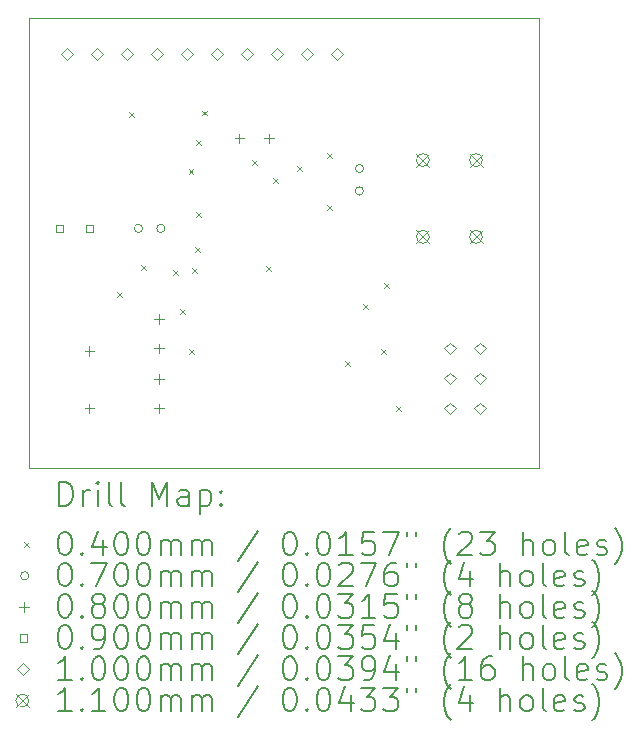
<source format=gbr>
%TF.GenerationSoftware,KiCad,Pcbnew,(6.0.11)*%
%TF.CreationDate,2023-04-02T15:37:20-07:00*%
%TF.ProjectId,M_MUC,4d5f4d55-432e-46b6-9963-61645f706362,rev?*%
%TF.SameCoordinates,Original*%
%TF.FileFunction,Drillmap*%
%TF.FilePolarity,Positive*%
%FSLAX45Y45*%
G04 Gerber Fmt 4.5, Leading zero omitted, Abs format (unit mm)*
G04 Created by KiCad (PCBNEW (6.0.11)) date 2023-04-02 15:37:20*
%MOMM*%
%LPD*%
G01*
G04 APERTURE LIST*
%ADD10C,0.100000*%
%ADD11C,0.200000*%
%ADD12C,0.040000*%
%ADD13C,0.070000*%
%ADD14C,0.080000*%
%ADD15C,0.090000*%
%ADD16C,0.110000*%
G04 APERTURE END LIST*
D10*
X10160000Y-6858000D02*
X14478000Y-6858000D01*
X14478000Y-6858000D02*
X14478000Y-10668000D01*
X14478000Y-10668000D02*
X10160000Y-10668000D01*
X10160000Y-10668000D02*
X10160000Y-6858000D01*
D11*
D12*
X10902000Y-9174800D02*
X10942000Y-9214800D01*
X10942000Y-9174800D02*
X10902000Y-9214800D01*
X11004000Y-7653000D02*
X11044000Y-7693000D01*
X11044000Y-7653000D02*
X11004000Y-7693000D01*
X11105200Y-8946200D02*
X11145200Y-8986200D01*
X11145200Y-8946200D02*
X11105200Y-8986200D01*
X11379000Y-8990000D02*
X11419000Y-9030000D01*
X11419000Y-8990000D02*
X11379000Y-9030000D01*
X11433000Y-9322000D02*
X11473000Y-9362000D01*
X11473000Y-9322000D02*
X11433000Y-9362000D01*
X11509000Y-8131000D02*
X11549000Y-8171000D01*
X11549000Y-8131000D02*
X11509000Y-8171000D01*
X11513000Y-9659000D02*
X11553000Y-9699000D01*
X11553000Y-9659000D02*
X11513000Y-9699000D01*
X11537000Y-8971600D02*
X11577000Y-9011600D01*
X11577000Y-8971600D02*
X11537000Y-9011600D01*
X11560000Y-8796000D02*
X11600000Y-8836000D01*
X11600000Y-8796000D02*
X11560000Y-8836000D01*
X11570000Y-7887000D02*
X11610000Y-7927000D01*
X11610000Y-7887000D02*
X11570000Y-7927000D01*
X11573000Y-8495000D02*
X11613000Y-8535000D01*
X11613000Y-8495000D02*
X11573000Y-8535000D01*
X11620000Y-7639000D02*
X11660000Y-7679000D01*
X11660000Y-7639000D02*
X11620000Y-7679000D01*
X12045000Y-8057200D02*
X12085000Y-8097200D01*
X12085000Y-8057200D02*
X12045000Y-8097200D01*
X12162000Y-8954000D02*
X12202000Y-8994000D01*
X12202000Y-8954000D02*
X12162000Y-8994000D01*
X12222800Y-8209600D02*
X12262800Y-8249600D01*
X12262800Y-8209600D02*
X12222800Y-8249600D01*
X12426000Y-8108000D02*
X12466000Y-8148000D01*
X12466000Y-8108000D02*
X12426000Y-8148000D01*
X12679000Y-7996000D02*
X12719000Y-8036000D01*
X12719000Y-7996000D02*
X12679000Y-8036000D01*
X12680000Y-8438200D02*
X12720000Y-8478200D01*
X12720000Y-8438200D02*
X12680000Y-8478200D01*
X12832400Y-9759000D02*
X12872400Y-9799000D01*
X12872400Y-9759000D02*
X12832400Y-9799000D01*
X12984800Y-9276400D02*
X13024800Y-9316400D01*
X13024800Y-9276400D02*
X12984800Y-9316400D01*
X13137200Y-9657400D02*
X13177200Y-9697400D01*
X13177200Y-9657400D02*
X13137200Y-9697400D01*
X13162600Y-9098600D02*
X13202600Y-9138600D01*
X13202600Y-9098600D02*
X13162600Y-9138600D01*
X13264200Y-10140000D02*
X13304200Y-10180000D01*
X13304200Y-10140000D02*
X13264200Y-10180000D01*
D13*
X11117000Y-8636000D02*
G75*
G03*
X11117000Y-8636000I-35000J0D01*
G01*
X11307000Y-8636000D02*
G75*
G03*
X11307000Y-8636000I-35000J0D01*
G01*
X12989000Y-8128000D02*
G75*
G03*
X12989000Y-8128000I-35000J0D01*
G01*
X12989000Y-8318000D02*
G75*
G03*
X12989000Y-8318000I-35000J0D01*
G01*
D14*
X10668000Y-9632000D02*
X10668000Y-9712000D01*
X10628000Y-9672000D02*
X10708000Y-9672000D01*
X10668000Y-10120000D02*
X10668000Y-10200000D01*
X10628000Y-10160000D02*
X10708000Y-10160000D01*
X11256000Y-9362000D02*
X11256000Y-9442000D01*
X11216000Y-9402000D02*
X11296000Y-9402000D01*
X11256000Y-9612000D02*
X11256000Y-9692000D01*
X11216000Y-9652000D02*
X11296000Y-9652000D01*
X11256000Y-9870000D02*
X11256000Y-9950000D01*
X11216000Y-9910000D02*
X11296000Y-9910000D01*
X11256000Y-10120000D02*
X11256000Y-10200000D01*
X11216000Y-10160000D02*
X11296000Y-10160000D01*
X11938000Y-7834000D02*
X11938000Y-7914000D01*
X11898000Y-7874000D02*
X11978000Y-7874000D01*
X12188000Y-7834000D02*
X12188000Y-7914000D01*
X12148000Y-7874000D02*
X12228000Y-7874000D01*
D15*
X10445820Y-8667820D02*
X10445820Y-8604180D01*
X10382180Y-8604180D01*
X10382180Y-8667820D01*
X10445820Y-8667820D01*
X10699820Y-8667820D02*
X10699820Y-8604180D01*
X10636180Y-8604180D01*
X10636180Y-8667820D01*
X10699820Y-8667820D01*
D10*
X10475000Y-7208000D02*
X10525000Y-7158000D01*
X10475000Y-7108000D01*
X10425000Y-7158000D01*
X10475000Y-7208000D01*
X10729000Y-7208000D02*
X10779000Y-7158000D01*
X10729000Y-7108000D01*
X10679000Y-7158000D01*
X10729000Y-7208000D01*
X10983000Y-7208000D02*
X11033000Y-7158000D01*
X10983000Y-7108000D01*
X10933000Y-7158000D01*
X10983000Y-7208000D01*
X11237000Y-7208000D02*
X11287000Y-7158000D01*
X11237000Y-7108000D01*
X11187000Y-7158000D01*
X11237000Y-7208000D01*
X11491000Y-7208000D02*
X11541000Y-7158000D01*
X11491000Y-7108000D01*
X11441000Y-7158000D01*
X11491000Y-7208000D01*
X11745000Y-7208000D02*
X11795000Y-7158000D01*
X11745000Y-7108000D01*
X11695000Y-7158000D01*
X11745000Y-7208000D01*
X11999000Y-7208000D02*
X12049000Y-7158000D01*
X11999000Y-7108000D01*
X11949000Y-7158000D01*
X11999000Y-7208000D01*
X12253000Y-7208000D02*
X12303000Y-7158000D01*
X12253000Y-7108000D01*
X12203000Y-7158000D01*
X12253000Y-7208000D01*
X12507000Y-7208000D02*
X12557000Y-7158000D01*
X12507000Y-7108000D01*
X12457000Y-7158000D01*
X12507000Y-7208000D01*
X12761000Y-7208000D02*
X12811000Y-7158000D01*
X12761000Y-7108000D01*
X12711000Y-7158000D01*
X12761000Y-7208000D01*
X13719000Y-9702000D02*
X13769000Y-9652000D01*
X13719000Y-9602000D01*
X13669000Y-9652000D01*
X13719000Y-9702000D01*
X13719000Y-9956000D02*
X13769000Y-9906000D01*
X13719000Y-9856000D01*
X13669000Y-9906000D01*
X13719000Y-9956000D01*
X13719000Y-10210000D02*
X13769000Y-10160000D01*
X13719000Y-10110000D01*
X13669000Y-10160000D01*
X13719000Y-10210000D01*
X13973000Y-9702000D02*
X14023000Y-9652000D01*
X13973000Y-9602000D01*
X13923000Y-9652000D01*
X13973000Y-9702000D01*
X13973000Y-9956000D02*
X14023000Y-9906000D01*
X13973000Y-9856000D01*
X13923000Y-9906000D01*
X13973000Y-9956000D01*
X13973000Y-10210000D02*
X14023000Y-10160000D01*
X13973000Y-10110000D01*
X13923000Y-10160000D01*
X13973000Y-10210000D01*
D16*
X13436000Y-8002000D02*
X13546000Y-8112000D01*
X13546000Y-8002000D02*
X13436000Y-8112000D01*
X13546000Y-8057000D02*
G75*
G03*
X13546000Y-8057000I-55000J0D01*
G01*
X13436000Y-8652000D02*
X13546000Y-8762000D01*
X13546000Y-8652000D02*
X13436000Y-8762000D01*
X13546000Y-8707000D02*
G75*
G03*
X13546000Y-8707000I-55000J0D01*
G01*
X13886000Y-8002000D02*
X13996000Y-8112000D01*
X13996000Y-8002000D02*
X13886000Y-8112000D01*
X13996000Y-8057000D02*
G75*
G03*
X13996000Y-8057000I-55000J0D01*
G01*
X13886000Y-8652000D02*
X13996000Y-8762000D01*
X13996000Y-8652000D02*
X13886000Y-8762000D01*
X13996000Y-8707000D02*
G75*
G03*
X13996000Y-8707000I-55000J0D01*
G01*
D11*
X10412619Y-10983476D02*
X10412619Y-10783476D01*
X10460238Y-10783476D01*
X10488810Y-10793000D01*
X10507857Y-10812048D01*
X10517381Y-10831095D01*
X10526905Y-10869190D01*
X10526905Y-10897762D01*
X10517381Y-10935857D01*
X10507857Y-10954905D01*
X10488810Y-10973952D01*
X10460238Y-10983476D01*
X10412619Y-10983476D01*
X10612619Y-10983476D02*
X10612619Y-10850143D01*
X10612619Y-10888238D02*
X10622143Y-10869190D01*
X10631667Y-10859667D01*
X10650714Y-10850143D01*
X10669762Y-10850143D01*
X10736429Y-10983476D02*
X10736429Y-10850143D01*
X10736429Y-10783476D02*
X10726905Y-10793000D01*
X10736429Y-10802524D01*
X10745952Y-10793000D01*
X10736429Y-10783476D01*
X10736429Y-10802524D01*
X10860238Y-10983476D02*
X10841190Y-10973952D01*
X10831667Y-10954905D01*
X10831667Y-10783476D01*
X10965000Y-10983476D02*
X10945952Y-10973952D01*
X10936429Y-10954905D01*
X10936429Y-10783476D01*
X11193571Y-10983476D02*
X11193571Y-10783476D01*
X11260238Y-10926333D01*
X11326905Y-10783476D01*
X11326905Y-10983476D01*
X11507857Y-10983476D02*
X11507857Y-10878714D01*
X11498333Y-10859667D01*
X11479286Y-10850143D01*
X11441190Y-10850143D01*
X11422143Y-10859667D01*
X11507857Y-10973952D02*
X11488809Y-10983476D01*
X11441190Y-10983476D01*
X11422143Y-10973952D01*
X11412619Y-10954905D01*
X11412619Y-10935857D01*
X11422143Y-10916810D01*
X11441190Y-10907286D01*
X11488809Y-10907286D01*
X11507857Y-10897762D01*
X11603095Y-10850143D02*
X11603095Y-11050143D01*
X11603095Y-10859667D02*
X11622143Y-10850143D01*
X11660238Y-10850143D01*
X11679286Y-10859667D01*
X11688809Y-10869190D01*
X11698333Y-10888238D01*
X11698333Y-10945381D01*
X11688809Y-10964429D01*
X11679286Y-10973952D01*
X11660238Y-10983476D01*
X11622143Y-10983476D01*
X11603095Y-10973952D01*
X11784048Y-10964429D02*
X11793571Y-10973952D01*
X11784048Y-10983476D01*
X11774524Y-10973952D01*
X11784048Y-10964429D01*
X11784048Y-10983476D01*
X11784048Y-10859667D02*
X11793571Y-10869190D01*
X11784048Y-10878714D01*
X11774524Y-10869190D01*
X11784048Y-10859667D01*
X11784048Y-10878714D01*
D12*
X10115000Y-11293000D02*
X10155000Y-11333000D01*
X10155000Y-11293000D02*
X10115000Y-11333000D01*
D11*
X10450714Y-11203476D02*
X10469762Y-11203476D01*
X10488810Y-11213000D01*
X10498333Y-11222524D01*
X10507857Y-11241571D01*
X10517381Y-11279667D01*
X10517381Y-11327286D01*
X10507857Y-11365381D01*
X10498333Y-11384428D01*
X10488810Y-11393952D01*
X10469762Y-11403476D01*
X10450714Y-11403476D01*
X10431667Y-11393952D01*
X10422143Y-11384428D01*
X10412619Y-11365381D01*
X10403095Y-11327286D01*
X10403095Y-11279667D01*
X10412619Y-11241571D01*
X10422143Y-11222524D01*
X10431667Y-11213000D01*
X10450714Y-11203476D01*
X10603095Y-11384428D02*
X10612619Y-11393952D01*
X10603095Y-11403476D01*
X10593571Y-11393952D01*
X10603095Y-11384428D01*
X10603095Y-11403476D01*
X10784048Y-11270143D02*
X10784048Y-11403476D01*
X10736429Y-11193952D02*
X10688810Y-11336809D01*
X10812619Y-11336809D01*
X10926905Y-11203476D02*
X10945952Y-11203476D01*
X10965000Y-11213000D01*
X10974524Y-11222524D01*
X10984048Y-11241571D01*
X10993571Y-11279667D01*
X10993571Y-11327286D01*
X10984048Y-11365381D01*
X10974524Y-11384428D01*
X10965000Y-11393952D01*
X10945952Y-11403476D01*
X10926905Y-11403476D01*
X10907857Y-11393952D01*
X10898333Y-11384428D01*
X10888810Y-11365381D01*
X10879286Y-11327286D01*
X10879286Y-11279667D01*
X10888810Y-11241571D01*
X10898333Y-11222524D01*
X10907857Y-11213000D01*
X10926905Y-11203476D01*
X11117381Y-11203476D02*
X11136429Y-11203476D01*
X11155476Y-11213000D01*
X11165000Y-11222524D01*
X11174524Y-11241571D01*
X11184048Y-11279667D01*
X11184048Y-11327286D01*
X11174524Y-11365381D01*
X11165000Y-11384428D01*
X11155476Y-11393952D01*
X11136429Y-11403476D01*
X11117381Y-11403476D01*
X11098333Y-11393952D01*
X11088810Y-11384428D01*
X11079286Y-11365381D01*
X11069762Y-11327286D01*
X11069762Y-11279667D01*
X11079286Y-11241571D01*
X11088810Y-11222524D01*
X11098333Y-11213000D01*
X11117381Y-11203476D01*
X11269762Y-11403476D02*
X11269762Y-11270143D01*
X11269762Y-11289190D02*
X11279286Y-11279667D01*
X11298333Y-11270143D01*
X11326905Y-11270143D01*
X11345952Y-11279667D01*
X11355476Y-11298714D01*
X11355476Y-11403476D01*
X11355476Y-11298714D02*
X11365000Y-11279667D01*
X11384048Y-11270143D01*
X11412619Y-11270143D01*
X11431667Y-11279667D01*
X11441190Y-11298714D01*
X11441190Y-11403476D01*
X11536428Y-11403476D02*
X11536428Y-11270143D01*
X11536428Y-11289190D02*
X11545952Y-11279667D01*
X11565000Y-11270143D01*
X11593571Y-11270143D01*
X11612619Y-11279667D01*
X11622143Y-11298714D01*
X11622143Y-11403476D01*
X11622143Y-11298714D02*
X11631667Y-11279667D01*
X11650714Y-11270143D01*
X11679286Y-11270143D01*
X11698333Y-11279667D01*
X11707857Y-11298714D01*
X11707857Y-11403476D01*
X12098333Y-11193952D02*
X11926905Y-11451095D01*
X12355476Y-11203476D02*
X12374524Y-11203476D01*
X12393571Y-11213000D01*
X12403095Y-11222524D01*
X12412619Y-11241571D01*
X12422143Y-11279667D01*
X12422143Y-11327286D01*
X12412619Y-11365381D01*
X12403095Y-11384428D01*
X12393571Y-11393952D01*
X12374524Y-11403476D01*
X12355476Y-11403476D01*
X12336428Y-11393952D01*
X12326905Y-11384428D01*
X12317381Y-11365381D01*
X12307857Y-11327286D01*
X12307857Y-11279667D01*
X12317381Y-11241571D01*
X12326905Y-11222524D01*
X12336428Y-11213000D01*
X12355476Y-11203476D01*
X12507857Y-11384428D02*
X12517381Y-11393952D01*
X12507857Y-11403476D01*
X12498333Y-11393952D01*
X12507857Y-11384428D01*
X12507857Y-11403476D01*
X12641190Y-11203476D02*
X12660238Y-11203476D01*
X12679286Y-11213000D01*
X12688809Y-11222524D01*
X12698333Y-11241571D01*
X12707857Y-11279667D01*
X12707857Y-11327286D01*
X12698333Y-11365381D01*
X12688809Y-11384428D01*
X12679286Y-11393952D01*
X12660238Y-11403476D01*
X12641190Y-11403476D01*
X12622143Y-11393952D01*
X12612619Y-11384428D01*
X12603095Y-11365381D01*
X12593571Y-11327286D01*
X12593571Y-11279667D01*
X12603095Y-11241571D01*
X12612619Y-11222524D01*
X12622143Y-11213000D01*
X12641190Y-11203476D01*
X12898333Y-11403476D02*
X12784048Y-11403476D01*
X12841190Y-11403476D02*
X12841190Y-11203476D01*
X12822143Y-11232048D01*
X12803095Y-11251095D01*
X12784048Y-11260619D01*
X13079286Y-11203476D02*
X12984048Y-11203476D01*
X12974524Y-11298714D01*
X12984048Y-11289190D01*
X13003095Y-11279667D01*
X13050714Y-11279667D01*
X13069762Y-11289190D01*
X13079286Y-11298714D01*
X13088809Y-11317762D01*
X13088809Y-11365381D01*
X13079286Y-11384428D01*
X13069762Y-11393952D01*
X13050714Y-11403476D01*
X13003095Y-11403476D01*
X12984048Y-11393952D01*
X12974524Y-11384428D01*
X13155476Y-11203476D02*
X13288809Y-11203476D01*
X13203095Y-11403476D01*
X13355476Y-11203476D02*
X13355476Y-11241571D01*
X13431667Y-11203476D02*
X13431667Y-11241571D01*
X13726905Y-11479667D02*
X13717381Y-11470143D01*
X13698333Y-11441571D01*
X13688809Y-11422524D01*
X13679286Y-11393952D01*
X13669762Y-11346333D01*
X13669762Y-11308238D01*
X13679286Y-11260619D01*
X13688809Y-11232048D01*
X13698333Y-11213000D01*
X13717381Y-11184429D01*
X13726905Y-11174905D01*
X13793571Y-11222524D02*
X13803095Y-11213000D01*
X13822143Y-11203476D01*
X13869762Y-11203476D01*
X13888809Y-11213000D01*
X13898333Y-11222524D01*
X13907857Y-11241571D01*
X13907857Y-11260619D01*
X13898333Y-11289190D01*
X13784048Y-11403476D01*
X13907857Y-11403476D01*
X13974524Y-11203476D02*
X14098333Y-11203476D01*
X14031667Y-11279667D01*
X14060238Y-11279667D01*
X14079286Y-11289190D01*
X14088809Y-11298714D01*
X14098333Y-11317762D01*
X14098333Y-11365381D01*
X14088809Y-11384428D01*
X14079286Y-11393952D01*
X14060238Y-11403476D01*
X14003095Y-11403476D01*
X13984048Y-11393952D01*
X13974524Y-11384428D01*
X14336428Y-11403476D02*
X14336428Y-11203476D01*
X14422143Y-11403476D02*
X14422143Y-11298714D01*
X14412619Y-11279667D01*
X14393571Y-11270143D01*
X14365000Y-11270143D01*
X14345952Y-11279667D01*
X14336428Y-11289190D01*
X14545952Y-11403476D02*
X14526905Y-11393952D01*
X14517381Y-11384428D01*
X14507857Y-11365381D01*
X14507857Y-11308238D01*
X14517381Y-11289190D01*
X14526905Y-11279667D01*
X14545952Y-11270143D01*
X14574524Y-11270143D01*
X14593571Y-11279667D01*
X14603095Y-11289190D01*
X14612619Y-11308238D01*
X14612619Y-11365381D01*
X14603095Y-11384428D01*
X14593571Y-11393952D01*
X14574524Y-11403476D01*
X14545952Y-11403476D01*
X14726905Y-11403476D02*
X14707857Y-11393952D01*
X14698333Y-11374905D01*
X14698333Y-11203476D01*
X14879286Y-11393952D02*
X14860238Y-11403476D01*
X14822143Y-11403476D01*
X14803095Y-11393952D01*
X14793571Y-11374905D01*
X14793571Y-11298714D01*
X14803095Y-11279667D01*
X14822143Y-11270143D01*
X14860238Y-11270143D01*
X14879286Y-11279667D01*
X14888809Y-11298714D01*
X14888809Y-11317762D01*
X14793571Y-11336809D01*
X14965000Y-11393952D02*
X14984048Y-11403476D01*
X15022143Y-11403476D01*
X15041190Y-11393952D01*
X15050714Y-11374905D01*
X15050714Y-11365381D01*
X15041190Y-11346333D01*
X15022143Y-11336809D01*
X14993571Y-11336809D01*
X14974524Y-11327286D01*
X14965000Y-11308238D01*
X14965000Y-11298714D01*
X14974524Y-11279667D01*
X14993571Y-11270143D01*
X15022143Y-11270143D01*
X15041190Y-11279667D01*
X15117381Y-11479667D02*
X15126905Y-11470143D01*
X15145952Y-11441571D01*
X15155476Y-11422524D01*
X15165000Y-11393952D01*
X15174524Y-11346333D01*
X15174524Y-11308238D01*
X15165000Y-11260619D01*
X15155476Y-11232048D01*
X15145952Y-11213000D01*
X15126905Y-11184429D01*
X15117381Y-11174905D01*
D13*
X10155000Y-11577000D02*
G75*
G03*
X10155000Y-11577000I-35000J0D01*
G01*
D11*
X10450714Y-11467476D02*
X10469762Y-11467476D01*
X10488810Y-11477000D01*
X10498333Y-11486524D01*
X10507857Y-11505571D01*
X10517381Y-11543667D01*
X10517381Y-11591286D01*
X10507857Y-11629381D01*
X10498333Y-11648428D01*
X10488810Y-11657952D01*
X10469762Y-11667476D01*
X10450714Y-11667476D01*
X10431667Y-11657952D01*
X10422143Y-11648428D01*
X10412619Y-11629381D01*
X10403095Y-11591286D01*
X10403095Y-11543667D01*
X10412619Y-11505571D01*
X10422143Y-11486524D01*
X10431667Y-11477000D01*
X10450714Y-11467476D01*
X10603095Y-11648428D02*
X10612619Y-11657952D01*
X10603095Y-11667476D01*
X10593571Y-11657952D01*
X10603095Y-11648428D01*
X10603095Y-11667476D01*
X10679286Y-11467476D02*
X10812619Y-11467476D01*
X10726905Y-11667476D01*
X10926905Y-11467476D02*
X10945952Y-11467476D01*
X10965000Y-11477000D01*
X10974524Y-11486524D01*
X10984048Y-11505571D01*
X10993571Y-11543667D01*
X10993571Y-11591286D01*
X10984048Y-11629381D01*
X10974524Y-11648428D01*
X10965000Y-11657952D01*
X10945952Y-11667476D01*
X10926905Y-11667476D01*
X10907857Y-11657952D01*
X10898333Y-11648428D01*
X10888810Y-11629381D01*
X10879286Y-11591286D01*
X10879286Y-11543667D01*
X10888810Y-11505571D01*
X10898333Y-11486524D01*
X10907857Y-11477000D01*
X10926905Y-11467476D01*
X11117381Y-11467476D02*
X11136429Y-11467476D01*
X11155476Y-11477000D01*
X11165000Y-11486524D01*
X11174524Y-11505571D01*
X11184048Y-11543667D01*
X11184048Y-11591286D01*
X11174524Y-11629381D01*
X11165000Y-11648428D01*
X11155476Y-11657952D01*
X11136429Y-11667476D01*
X11117381Y-11667476D01*
X11098333Y-11657952D01*
X11088810Y-11648428D01*
X11079286Y-11629381D01*
X11069762Y-11591286D01*
X11069762Y-11543667D01*
X11079286Y-11505571D01*
X11088810Y-11486524D01*
X11098333Y-11477000D01*
X11117381Y-11467476D01*
X11269762Y-11667476D02*
X11269762Y-11534143D01*
X11269762Y-11553190D02*
X11279286Y-11543667D01*
X11298333Y-11534143D01*
X11326905Y-11534143D01*
X11345952Y-11543667D01*
X11355476Y-11562714D01*
X11355476Y-11667476D01*
X11355476Y-11562714D02*
X11365000Y-11543667D01*
X11384048Y-11534143D01*
X11412619Y-11534143D01*
X11431667Y-11543667D01*
X11441190Y-11562714D01*
X11441190Y-11667476D01*
X11536428Y-11667476D02*
X11536428Y-11534143D01*
X11536428Y-11553190D02*
X11545952Y-11543667D01*
X11565000Y-11534143D01*
X11593571Y-11534143D01*
X11612619Y-11543667D01*
X11622143Y-11562714D01*
X11622143Y-11667476D01*
X11622143Y-11562714D02*
X11631667Y-11543667D01*
X11650714Y-11534143D01*
X11679286Y-11534143D01*
X11698333Y-11543667D01*
X11707857Y-11562714D01*
X11707857Y-11667476D01*
X12098333Y-11457952D02*
X11926905Y-11715095D01*
X12355476Y-11467476D02*
X12374524Y-11467476D01*
X12393571Y-11477000D01*
X12403095Y-11486524D01*
X12412619Y-11505571D01*
X12422143Y-11543667D01*
X12422143Y-11591286D01*
X12412619Y-11629381D01*
X12403095Y-11648428D01*
X12393571Y-11657952D01*
X12374524Y-11667476D01*
X12355476Y-11667476D01*
X12336428Y-11657952D01*
X12326905Y-11648428D01*
X12317381Y-11629381D01*
X12307857Y-11591286D01*
X12307857Y-11543667D01*
X12317381Y-11505571D01*
X12326905Y-11486524D01*
X12336428Y-11477000D01*
X12355476Y-11467476D01*
X12507857Y-11648428D02*
X12517381Y-11657952D01*
X12507857Y-11667476D01*
X12498333Y-11657952D01*
X12507857Y-11648428D01*
X12507857Y-11667476D01*
X12641190Y-11467476D02*
X12660238Y-11467476D01*
X12679286Y-11477000D01*
X12688809Y-11486524D01*
X12698333Y-11505571D01*
X12707857Y-11543667D01*
X12707857Y-11591286D01*
X12698333Y-11629381D01*
X12688809Y-11648428D01*
X12679286Y-11657952D01*
X12660238Y-11667476D01*
X12641190Y-11667476D01*
X12622143Y-11657952D01*
X12612619Y-11648428D01*
X12603095Y-11629381D01*
X12593571Y-11591286D01*
X12593571Y-11543667D01*
X12603095Y-11505571D01*
X12612619Y-11486524D01*
X12622143Y-11477000D01*
X12641190Y-11467476D01*
X12784048Y-11486524D02*
X12793571Y-11477000D01*
X12812619Y-11467476D01*
X12860238Y-11467476D01*
X12879286Y-11477000D01*
X12888809Y-11486524D01*
X12898333Y-11505571D01*
X12898333Y-11524619D01*
X12888809Y-11553190D01*
X12774524Y-11667476D01*
X12898333Y-11667476D01*
X12965000Y-11467476D02*
X13098333Y-11467476D01*
X13012619Y-11667476D01*
X13260238Y-11467476D02*
X13222143Y-11467476D01*
X13203095Y-11477000D01*
X13193571Y-11486524D01*
X13174524Y-11515095D01*
X13165000Y-11553190D01*
X13165000Y-11629381D01*
X13174524Y-11648428D01*
X13184048Y-11657952D01*
X13203095Y-11667476D01*
X13241190Y-11667476D01*
X13260238Y-11657952D01*
X13269762Y-11648428D01*
X13279286Y-11629381D01*
X13279286Y-11581762D01*
X13269762Y-11562714D01*
X13260238Y-11553190D01*
X13241190Y-11543667D01*
X13203095Y-11543667D01*
X13184048Y-11553190D01*
X13174524Y-11562714D01*
X13165000Y-11581762D01*
X13355476Y-11467476D02*
X13355476Y-11505571D01*
X13431667Y-11467476D02*
X13431667Y-11505571D01*
X13726905Y-11743667D02*
X13717381Y-11734143D01*
X13698333Y-11705571D01*
X13688809Y-11686524D01*
X13679286Y-11657952D01*
X13669762Y-11610333D01*
X13669762Y-11572238D01*
X13679286Y-11524619D01*
X13688809Y-11496048D01*
X13698333Y-11477000D01*
X13717381Y-11448428D01*
X13726905Y-11438905D01*
X13888809Y-11534143D02*
X13888809Y-11667476D01*
X13841190Y-11457952D02*
X13793571Y-11600809D01*
X13917381Y-11600809D01*
X14145952Y-11667476D02*
X14145952Y-11467476D01*
X14231667Y-11667476D02*
X14231667Y-11562714D01*
X14222143Y-11543667D01*
X14203095Y-11534143D01*
X14174524Y-11534143D01*
X14155476Y-11543667D01*
X14145952Y-11553190D01*
X14355476Y-11667476D02*
X14336428Y-11657952D01*
X14326905Y-11648428D01*
X14317381Y-11629381D01*
X14317381Y-11572238D01*
X14326905Y-11553190D01*
X14336428Y-11543667D01*
X14355476Y-11534143D01*
X14384048Y-11534143D01*
X14403095Y-11543667D01*
X14412619Y-11553190D01*
X14422143Y-11572238D01*
X14422143Y-11629381D01*
X14412619Y-11648428D01*
X14403095Y-11657952D01*
X14384048Y-11667476D01*
X14355476Y-11667476D01*
X14536428Y-11667476D02*
X14517381Y-11657952D01*
X14507857Y-11638905D01*
X14507857Y-11467476D01*
X14688809Y-11657952D02*
X14669762Y-11667476D01*
X14631667Y-11667476D01*
X14612619Y-11657952D01*
X14603095Y-11638905D01*
X14603095Y-11562714D01*
X14612619Y-11543667D01*
X14631667Y-11534143D01*
X14669762Y-11534143D01*
X14688809Y-11543667D01*
X14698333Y-11562714D01*
X14698333Y-11581762D01*
X14603095Y-11600809D01*
X14774524Y-11657952D02*
X14793571Y-11667476D01*
X14831667Y-11667476D01*
X14850714Y-11657952D01*
X14860238Y-11638905D01*
X14860238Y-11629381D01*
X14850714Y-11610333D01*
X14831667Y-11600809D01*
X14803095Y-11600809D01*
X14784048Y-11591286D01*
X14774524Y-11572238D01*
X14774524Y-11562714D01*
X14784048Y-11543667D01*
X14803095Y-11534143D01*
X14831667Y-11534143D01*
X14850714Y-11543667D01*
X14926905Y-11743667D02*
X14936428Y-11734143D01*
X14955476Y-11705571D01*
X14965000Y-11686524D01*
X14974524Y-11657952D01*
X14984048Y-11610333D01*
X14984048Y-11572238D01*
X14974524Y-11524619D01*
X14965000Y-11496048D01*
X14955476Y-11477000D01*
X14936428Y-11448428D01*
X14926905Y-11438905D01*
D14*
X10115000Y-11801000D02*
X10115000Y-11881000D01*
X10075000Y-11841000D02*
X10155000Y-11841000D01*
D11*
X10450714Y-11731476D02*
X10469762Y-11731476D01*
X10488810Y-11741000D01*
X10498333Y-11750524D01*
X10507857Y-11769571D01*
X10517381Y-11807667D01*
X10517381Y-11855286D01*
X10507857Y-11893381D01*
X10498333Y-11912428D01*
X10488810Y-11921952D01*
X10469762Y-11931476D01*
X10450714Y-11931476D01*
X10431667Y-11921952D01*
X10422143Y-11912428D01*
X10412619Y-11893381D01*
X10403095Y-11855286D01*
X10403095Y-11807667D01*
X10412619Y-11769571D01*
X10422143Y-11750524D01*
X10431667Y-11741000D01*
X10450714Y-11731476D01*
X10603095Y-11912428D02*
X10612619Y-11921952D01*
X10603095Y-11931476D01*
X10593571Y-11921952D01*
X10603095Y-11912428D01*
X10603095Y-11931476D01*
X10726905Y-11817190D02*
X10707857Y-11807667D01*
X10698333Y-11798143D01*
X10688810Y-11779095D01*
X10688810Y-11769571D01*
X10698333Y-11750524D01*
X10707857Y-11741000D01*
X10726905Y-11731476D01*
X10765000Y-11731476D01*
X10784048Y-11741000D01*
X10793571Y-11750524D01*
X10803095Y-11769571D01*
X10803095Y-11779095D01*
X10793571Y-11798143D01*
X10784048Y-11807667D01*
X10765000Y-11817190D01*
X10726905Y-11817190D01*
X10707857Y-11826714D01*
X10698333Y-11836238D01*
X10688810Y-11855286D01*
X10688810Y-11893381D01*
X10698333Y-11912428D01*
X10707857Y-11921952D01*
X10726905Y-11931476D01*
X10765000Y-11931476D01*
X10784048Y-11921952D01*
X10793571Y-11912428D01*
X10803095Y-11893381D01*
X10803095Y-11855286D01*
X10793571Y-11836238D01*
X10784048Y-11826714D01*
X10765000Y-11817190D01*
X10926905Y-11731476D02*
X10945952Y-11731476D01*
X10965000Y-11741000D01*
X10974524Y-11750524D01*
X10984048Y-11769571D01*
X10993571Y-11807667D01*
X10993571Y-11855286D01*
X10984048Y-11893381D01*
X10974524Y-11912428D01*
X10965000Y-11921952D01*
X10945952Y-11931476D01*
X10926905Y-11931476D01*
X10907857Y-11921952D01*
X10898333Y-11912428D01*
X10888810Y-11893381D01*
X10879286Y-11855286D01*
X10879286Y-11807667D01*
X10888810Y-11769571D01*
X10898333Y-11750524D01*
X10907857Y-11741000D01*
X10926905Y-11731476D01*
X11117381Y-11731476D02*
X11136429Y-11731476D01*
X11155476Y-11741000D01*
X11165000Y-11750524D01*
X11174524Y-11769571D01*
X11184048Y-11807667D01*
X11184048Y-11855286D01*
X11174524Y-11893381D01*
X11165000Y-11912428D01*
X11155476Y-11921952D01*
X11136429Y-11931476D01*
X11117381Y-11931476D01*
X11098333Y-11921952D01*
X11088810Y-11912428D01*
X11079286Y-11893381D01*
X11069762Y-11855286D01*
X11069762Y-11807667D01*
X11079286Y-11769571D01*
X11088810Y-11750524D01*
X11098333Y-11741000D01*
X11117381Y-11731476D01*
X11269762Y-11931476D02*
X11269762Y-11798143D01*
X11269762Y-11817190D02*
X11279286Y-11807667D01*
X11298333Y-11798143D01*
X11326905Y-11798143D01*
X11345952Y-11807667D01*
X11355476Y-11826714D01*
X11355476Y-11931476D01*
X11355476Y-11826714D02*
X11365000Y-11807667D01*
X11384048Y-11798143D01*
X11412619Y-11798143D01*
X11431667Y-11807667D01*
X11441190Y-11826714D01*
X11441190Y-11931476D01*
X11536428Y-11931476D02*
X11536428Y-11798143D01*
X11536428Y-11817190D02*
X11545952Y-11807667D01*
X11565000Y-11798143D01*
X11593571Y-11798143D01*
X11612619Y-11807667D01*
X11622143Y-11826714D01*
X11622143Y-11931476D01*
X11622143Y-11826714D02*
X11631667Y-11807667D01*
X11650714Y-11798143D01*
X11679286Y-11798143D01*
X11698333Y-11807667D01*
X11707857Y-11826714D01*
X11707857Y-11931476D01*
X12098333Y-11721952D02*
X11926905Y-11979095D01*
X12355476Y-11731476D02*
X12374524Y-11731476D01*
X12393571Y-11741000D01*
X12403095Y-11750524D01*
X12412619Y-11769571D01*
X12422143Y-11807667D01*
X12422143Y-11855286D01*
X12412619Y-11893381D01*
X12403095Y-11912428D01*
X12393571Y-11921952D01*
X12374524Y-11931476D01*
X12355476Y-11931476D01*
X12336428Y-11921952D01*
X12326905Y-11912428D01*
X12317381Y-11893381D01*
X12307857Y-11855286D01*
X12307857Y-11807667D01*
X12317381Y-11769571D01*
X12326905Y-11750524D01*
X12336428Y-11741000D01*
X12355476Y-11731476D01*
X12507857Y-11912428D02*
X12517381Y-11921952D01*
X12507857Y-11931476D01*
X12498333Y-11921952D01*
X12507857Y-11912428D01*
X12507857Y-11931476D01*
X12641190Y-11731476D02*
X12660238Y-11731476D01*
X12679286Y-11741000D01*
X12688809Y-11750524D01*
X12698333Y-11769571D01*
X12707857Y-11807667D01*
X12707857Y-11855286D01*
X12698333Y-11893381D01*
X12688809Y-11912428D01*
X12679286Y-11921952D01*
X12660238Y-11931476D01*
X12641190Y-11931476D01*
X12622143Y-11921952D01*
X12612619Y-11912428D01*
X12603095Y-11893381D01*
X12593571Y-11855286D01*
X12593571Y-11807667D01*
X12603095Y-11769571D01*
X12612619Y-11750524D01*
X12622143Y-11741000D01*
X12641190Y-11731476D01*
X12774524Y-11731476D02*
X12898333Y-11731476D01*
X12831667Y-11807667D01*
X12860238Y-11807667D01*
X12879286Y-11817190D01*
X12888809Y-11826714D01*
X12898333Y-11845762D01*
X12898333Y-11893381D01*
X12888809Y-11912428D01*
X12879286Y-11921952D01*
X12860238Y-11931476D01*
X12803095Y-11931476D01*
X12784048Y-11921952D01*
X12774524Y-11912428D01*
X13088809Y-11931476D02*
X12974524Y-11931476D01*
X13031667Y-11931476D02*
X13031667Y-11731476D01*
X13012619Y-11760048D01*
X12993571Y-11779095D01*
X12974524Y-11788619D01*
X13269762Y-11731476D02*
X13174524Y-11731476D01*
X13165000Y-11826714D01*
X13174524Y-11817190D01*
X13193571Y-11807667D01*
X13241190Y-11807667D01*
X13260238Y-11817190D01*
X13269762Y-11826714D01*
X13279286Y-11845762D01*
X13279286Y-11893381D01*
X13269762Y-11912428D01*
X13260238Y-11921952D01*
X13241190Y-11931476D01*
X13193571Y-11931476D01*
X13174524Y-11921952D01*
X13165000Y-11912428D01*
X13355476Y-11731476D02*
X13355476Y-11769571D01*
X13431667Y-11731476D02*
X13431667Y-11769571D01*
X13726905Y-12007667D02*
X13717381Y-11998143D01*
X13698333Y-11969571D01*
X13688809Y-11950524D01*
X13679286Y-11921952D01*
X13669762Y-11874333D01*
X13669762Y-11836238D01*
X13679286Y-11788619D01*
X13688809Y-11760048D01*
X13698333Y-11741000D01*
X13717381Y-11712428D01*
X13726905Y-11702905D01*
X13831667Y-11817190D02*
X13812619Y-11807667D01*
X13803095Y-11798143D01*
X13793571Y-11779095D01*
X13793571Y-11769571D01*
X13803095Y-11750524D01*
X13812619Y-11741000D01*
X13831667Y-11731476D01*
X13869762Y-11731476D01*
X13888809Y-11741000D01*
X13898333Y-11750524D01*
X13907857Y-11769571D01*
X13907857Y-11779095D01*
X13898333Y-11798143D01*
X13888809Y-11807667D01*
X13869762Y-11817190D01*
X13831667Y-11817190D01*
X13812619Y-11826714D01*
X13803095Y-11836238D01*
X13793571Y-11855286D01*
X13793571Y-11893381D01*
X13803095Y-11912428D01*
X13812619Y-11921952D01*
X13831667Y-11931476D01*
X13869762Y-11931476D01*
X13888809Y-11921952D01*
X13898333Y-11912428D01*
X13907857Y-11893381D01*
X13907857Y-11855286D01*
X13898333Y-11836238D01*
X13888809Y-11826714D01*
X13869762Y-11817190D01*
X14145952Y-11931476D02*
X14145952Y-11731476D01*
X14231667Y-11931476D02*
X14231667Y-11826714D01*
X14222143Y-11807667D01*
X14203095Y-11798143D01*
X14174524Y-11798143D01*
X14155476Y-11807667D01*
X14145952Y-11817190D01*
X14355476Y-11931476D02*
X14336428Y-11921952D01*
X14326905Y-11912428D01*
X14317381Y-11893381D01*
X14317381Y-11836238D01*
X14326905Y-11817190D01*
X14336428Y-11807667D01*
X14355476Y-11798143D01*
X14384048Y-11798143D01*
X14403095Y-11807667D01*
X14412619Y-11817190D01*
X14422143Y-11836238D01*
X14422143Y-11893381D01*
X14412619Y-11912428D01*
X14403095Y-11921952D01*
X14384048Y-11931476D01*
X14355476Y-11931476D01*
X14536428Y-11931476D02*
X14517381Y-11921952D01*
X14507857Y-11902905D01*
X14507857Y-11731476D01*
X14688809Y-11921952D02*
X14669762Y-11931476D01*
X14631667Y-11931476D01*
X14612619Y-11921952D01*
X14603095Y-11902905D01*
X14603095Y-11826714D01*
X14612619Y-11807667D01*
X14631667Y-11798143D01*
X14669762Y-11798143D01*
X14688809Y-11807667D01*
X14698333Y-11826714D01*
X14698333Y-11845762D01*
X14603095Y-11864809D01*
X14774524Y-11921952D02*
X14793571Y-11931476D01*
X14831667Y-11931476D01*
X14850714Y-11921952D01*
X14860238Y-11902905D01*
X14860238Y-11893381D01*
X14850714Y-11874333D01*
X14831667Y-11864809D01*
X14803095Y-11864809D01*
X14784048Y-11855286D01*
X14774524Y-11836238D01*
X14774524Y-11826714D01*
X14784048Y-11807667D01*
X14803095Y-11798143D01*
X14831667Y-11798143D01*
X14850714Y-11807667D01*
X14926905Y-12007667D02*
X14936428Y-11998143D01*
X14955476Y-11969571D01*
X14965000Y-11950524D01*
X14974524Y-11921952D01*
X14984048Y-11874333D01*
X14984048Y-11836238D01*
X14974524Y-11788619D01*
X14965000Y-11760048D01*
X14955476Y-11741000D01*
X14936428Y-11712428D01*
X14926905Y-11702905D01*
D15*
X10141820Y-12136820D02*
X10141820Y-12073180D01*
X10078180Y-12073180D01*
X10078180Y-12136820D01*
X10141820Y-12136820D01*
D11*
X10450714Y-11995476D02*
X10469762Y-11995476D01*
X10488810Y-12005000D01*
X10498333Y-12014524D01*
X10507857Y-12033571D01*
X10517381Y-12071667D01*
X10517381Y-12119286D01*
X10507857Y-12157381D01*
X10498333Y-12176428D01*
X10488810Y-12185952D01*
X10469762Y-12195476D01*
X10450714Y-12195476D01*
X10431667Y-12185952D01*
X10422143Y-12176428D01*
X10412619Y-12157381D01*
X10403095Y-12119286D01*
X10403095Y-12071667D01*
X10412619Y-12033571D01*
X10422143Y-12014524D01*
X10431667Y-12005000D01*
X10450714Y-11995476D01*
X10603095Y-12176428D02*
X10612619Y-12185952D01*
X10603095Y-12195476D01*
X10593571Y-12185952D01*
X10603095Y-12176428D01*
X10603095Y-12195476D01*
X10707857Y-12195476D02*
X10745952Y-12195476D01*
X10765000Y-12185952D01*
X10774524Y-12176428D01*
X10793571Y-12147857D01*
X10803095Y-12109762D01*
X10803095Y-12033571D01*
X10793571Y-12014524D01*
X10784048Y-12005000D01*
X10765000Y-11995476D01*
X10726905Y-11995476D01*
X10707857Y-12005000D01*
X10698333Y-12014524D01*
X10688810Y-12033571D01*
X10688810Y-12081190D01*
X10698333Y-12100238D01*
X10707857Y-12109762D01*
X10726905Y-12119286D01*
X10765000Y-12119286D01*
X10784048Y-12109762D01*
X10793571Y-12100238D01*
X10803095Y-12081190D01*
X10926905Y-11995476D02*
X10945952Y-11995476D01*
X10965000Y-12005000D01*
X10974524Y-12014524D01*
X10984048Y-12033571D01*
X10993571Y-12071667D01*
X10993571Y-12119286D01*
X10984048Y-12157381D01*
X10974524Y-12176428D01*
X10965000Y-12185952D01*
X10945952Y-12195476D01*
X10926905Y-12195476D01*
X10907857Y-12185952D01*
X10898333Y-12176428D01*
X10888810Y-12157381D01*
X10879286Y-12119286D01*
X10879286Y-12071667D01*
X10888810Y-12033571D01*
X10898333Y-12014524D01*
X10907857Y-12005000D01*
X10926905Y-11995476D01*
X11117381Y-11995476D02*
X11136429Y-11995476D01*
X11155476Y-12005000D01*
X11165000Y-12014524D01*
X11174524Y-12033571D01*
X11184048Y-12071667D01*
X11184048Y-12119286D01*
X11174524Y-12157381D01*
X11165000Y-12176428D01*
X11155476Y-12185952D01*
X11136429Y-12195476D01*
X11117381Y-12195476D01*
X11098333Y-12185952D01*
X11088810Y-12176428D01*
X11079286Y-12157381D01*
X11069762Y-12119286D01*
X11069762Y-12071667D01*
X11079286Y-12033571D01*
X11088810Y-12014524D01*
X11098333Y-12005000D01*
X11117381Y-11995476D01*
X11269762Y-12195476D02*
X11269762Y-12062143D01*
X11269762Y-12081190D02*
X11279286Y-12071667D01*
X11298333Y-12062143D01*
X11326905Y-12062143D01*
X11345952Y-12071667D01*
X11355476Y-12090714D01*
X11355476Y-12195476D01*
X11355476Y-12090714D02*
X11365000Y-12071667D01*
X11384048Y-12062143D01*
X11412619Y-12062143D01*
X11431667Y-12071667D01*
X11441190Y-12090714D01*
X11441190Y-12195476D01*
X11536428Y-12195476D02*
X11536428Y-12062143D01*
X11536428Y-12081190D02*
X11545952Y-12071667D01*
X11565000Y-12062143D01*
X11593571Y-12062143D01*
X11612619Y-12071667D01*
X11622143Y-12090714D01*
X11622143Y-12195476D01*
X11622143Y-12090714D02*
X11631667Y-12071667D01*
X11650714Y-12062143D01*
X11679286Y-12062143D01*
X11698333Y-12071667D01*
X11707857Y-12090714D01*
X11707857Y-12195476D01*
X12098333Y-11985952D02*
X11926905Y-12243095D01*
X12355476Y-11995476D02*
X12374524Y-11995476D01*
X12393571Y-12005000D01*
X12403095Y-12014524D01*
X12412619Y-12033571D01*
X12422143Y-12071667D01*
X12422143Y-12119286D01*
X12412619Y-12157381D01*
X12403095Y-12176428D01*
X12393571Y-12185952D01*
X12374524Y-12195476D01*
X12355476Y-12195476D01*
X12336428Y-12185952D01*
X12326905Y-12176428D01*
X12317381Y-12157381D01*
X12307857Y-12119286D01*
X12307857Y-12071667D01*
X12317381Y-12033571D01*
X12326905Y-12014524D01*
X12336428Y-12005000D01*
X12355476Y-11995476D01*
X12507857Y-12176428D02*
X12517381Y-12185952D01*
X12507857Y-12195476D01*
X12498333Y-12185952D01*
X12507857Y-12176428D01*
X12507857Y-12195476D01*
X12641190Y-11995476D02*
X12660238Y-11995476D01*
X12679286Y-12005000D01*
X12688809Y-12014524D01*
X12698333Y-12033571D01*
X12707857Y-12071667D01*
X12707857Y-12119286D01*
X12698333Y-12157381D01*
X12688809Y-12176428D01*
X12679286Y-12185952D01*
X12660238Y-12195476D01*
X12641190Y-12195476D01*
X12622143Y-12185952D01*
X12612619Y-12176428D01*
X12603095Y-12157381D01*
X12593571Y-12119286D01*
X12593571Y-12071667D01*
X12603095Y-12033571D01*
X12612619Y-12014524D01*
X12622143Y-12005000D01*
X12641190Y-11995476D01*
X12774524Y-11995476D02*
X12898333Y-11995476D01*
X12831667Y-12071667D01*
X12860238Y-12071667D01*
X12879286Y-12081190D01*
X12888809Y-12090714D01*
X12898333Y-12109762D01*
X12898333Y-12157381D01*
X12888809Y-12176428D01*
X12879286Y-12185952D01*
X12860238Y-12195476D01*
X12803095Y-12195476D01*
X12784048Y-12185952D01*
X12774524Y-12176428D01*
X13079286Y-11995476D02*
X12984048Y-11995476D01*
X12974524Y-12090714D01*
X12984048Y-12081190D01*
X13003095Y-12071667D01*
X13050714Y-12071667D01*
X13069762Y-12081190D01*
X13079286Y-12090714D01*
X13088809Y-12109762D01*
X13088809Y-12157381D01*
X13079286Y-12176428D01*
X13069762Y-12185952D01*
X13050714Y-12195476D01*
X13003095Y-12195476D01*
X12984048Y-12185952D01*
X12974524Y-12176428D01*
X13260238Y-12062143D02*
X13260238Y-12195476D01*
X13212619Y-11985952D02*
X13165000Y-12128809D01*
X13288809Y-12128809D01*
X13355476Y-11995476D02*
X13355476Y-12033571D01*
X13431667Y-11995476D02*
X13431667Y-12033571D01*
X13726905Y-12271667D02*
X13717381Y-12262143D01*
X13698333Y-12233571D01*
X13688809Y-12214524D01*
X13679286Y-12185952D01*
X13669762Y-12138333D01*
X13669762Y-12100238D01*
X13679286Y-12052619D01*
X13688809Y-12024048D01*
X13698333Y-12005000D01*
X13717381Y-11976428D01*
X13726905Y-11966905D01*
X13793571Y-12014524D02*
X13803095Y-12005000D01*
X13822143Y-11995476D01*
X13869762Y-11995476D01*
X13888809Y-12005000D01*
X13898333Y-12014524D01*
X13907857Y-12033571D01*
X13907857Y-12052619D01*
X13898333Y-12081190D01*
X13784048Y-12195476D01*
X13907857Y-12195476D01*
X14145952Y-12195476D02*
X14145952Y-11995476D01*
X14231667Y-12195476D02*
X14231667Y-12090714D01*
X14222143Y-12071667D01*
X14203095Y-12062143D01*
X14174524Y-12062143D01*
X14155476Y-12071667D01*
X14145952Y-12081190D01*
X14355476Y-12195476D02*
X14336428Y-12185952D01*
X14326905Y-12176428D01*
X14317381Y-12157381D01*
X14317381Y-12100238D01*
X14326905Y-12081190D01*
X14336428Y-12071667D01*
X14355476Y-12062143D01*
X14384048Y-12062143D01*
X14403095Y-12071667D01*
X14412619Y-12081190D01*
X14422143Y-12100238D01*
X14422143Y-12157381D01*
X14412619Y-12176428D01*
X14403095Y-12185952D01*
X14384048Y-12195476D01*
X14355476Y-12195476D01*
X14536428Y-12195476D02*
X14517381Y-12185952D01*
X14507857Y-12166905D01*
X14507857Y-11995476D01*
X14688809Y-12185952D02*
X14669762Y-12195476D01*
X14631667Y-12195476D01*
X14612619Y-12185952D01*
X14603095Y-12166905D01*
X14603095Y-12090714D01*
X14612619Y-12071667D01*
X14631667Y-12062143D01*
X14669762Y-12062143D01*
X14688809Y-12071667D01*
X14698333Y-12090714D01*
X14698333Y-12109762D01*
X14603095Y-12128809D01*
X14774524Y-12185952D02*
X14793571Y-12195476D01*
X14831667Y-12195476D01*
X14850714Y-12185952D01*
X14860238Y-12166905D01*
X14860238Y-12157381D01*
X14850714Y-12138333D01*
X14831667Y-12128809D01*
X14803095Y-12128809D01*
X14784048Y-12119286D01*
X14774524Y-12100238D01*
X14774524Y-12090714D01*
X14784048Y-12071667D01*
X14803095Y-12062143D01*
X14831667Y-12062143D01*
X14850714Y-12071667D01*
X14926905Y-12271667D02*
X14936428Y-12262143D01*
X14955476Y-12233571D01*
X14965000Y-12214524D01*
X14974524Y-12185952D01*
X14984048Y-12138333D01*
X14984048Y-12100238D01*
X14974524Y-12052619D01*
X14965000Y-12024048D01*
X14955476Y-12005000D01*
X14936428Y-11976428D01*
X14926905Y-11966905D01*
D10*
X10105000Y-12419000D02*
X10155000Y-12369000D01*
X10105000Y-12319000D01*
X10055000Y-12369000D01*
X10105000Y-12419000D01*
D11*
X10517381Y-12459476D02*
X10403095Y-12459476D01*
X10460238Y-12459476D02*
X10460238Y-12259476D01*
X10441190Y-12288048D01*
X10422143Y-12307095D01*
X10403095Y-12316619D01*
X10603095Y-12440428D02*
X10612619Y-12449952D01*
X10603095Y-12459476D01*
X10593571Y-12449952D01*
X10603095Y-12440428D01*
X10603095Y-12459476D01*
X10736429Y-12259476D02*
X10755476Y-12259476D01*
X10774524Y-12269000D01*
X10784048Y-12278524D01*
X10793571Y-12297571D01*
X10803095Y-12335667D01*
X10803095Y-12383286D01*
X10793571Y-12421381D01*
X10784048Y-12440428D01*
X10774524Y-12449952D01*
X10755476Y-12459476D01*
X10736429Y-12459476D01*
X10717381Y-12449952D01*
X10707857Y-12440428D01*
X10698333Y-12421381D01*
X10688810Y-12383286D01*
X10688810Y-12335667D01*
X10698333Y-12297571D01*
X10707857Y-12278524D01*
X10717381Y-12269000D01*
X10736429Y-12259476D01*
X10926905Y-12259476D02*
X10945952Y-12259476D01*
X10965000Y-12269000D01*
X10974524Y-12278524D01*
X10984048Y-12297571D01*
X10993571Y-12335667D01*
X10993571Y-12383286D01*
X10984048Y-12421381D01*
X10974524Y-12440428D01*
X10965000Y-12449952D01*
X10945952Y-12459476D01*
X10926905Y-12459476D01*
X10907857Y-12449952D01*
X10898333Y-12440428D01*
X10888810Y-12421381D01*
X10879286Y-12383286D01*
X10879286Y-12335667D01*
X10888810Y-12297571D01*
X10898333Y-12278524D01*
X10907857Y-12269000D01*
X10926905Y-12259476D01*
X11117381Y-12259476D02*
X11136429Y-12259476D01*
X11155476Y-12269000D01*
X11165000Y-12278524D01*
X11174524Y-12297571D01*
X11184048Y-12335667D01*
X11184048Y-12383286D01*
X11174524Y-12421381D01*
X11165000Y-12440428D01*
X11155476Y-12449952D01*
X11136429Y-12459476D01*
X11117381Y-12459476D01*
X11098333Y-12449952D01*
X11088810Y-12440428D01*
X11079286Y-12421381D01*
X11069762Y-12383286D01*
X11069762Y-12335667D01*
X11079286Y-12297571D01*
X11088810Y-12278524D01*
X11098333Y-12269000D01*
X11117381Y-12259476D01*
X11269762Y-12459476D02*
X11269762Y-12326143D01*
X11269762Y-12345190D02*
X11279286Y-12335667D01*
X11298333Y-12326143D01*
X11326905Y-12326143D01*
X11345952Y-12335667D01*
X11355476Y-12354714D01*
X11355476Y-12459476D01*
X11355476Y-12354714D02*
X11365000Y-12335667D01*
X11384048Y-12326143D01*
X11412619Y-12326143D01*
X11431667Y-12335667D01*
X11441190Y-12354714D01*
X11441190Y-12459476D01*
X11536428Y-12459476D02*
X11536428Y-12326143D01*
X11536428Y-12345190D02*
X11545952Y-12335667D01*
X11565000Y-12326143D01*
X11593571Y-12326143D01*
X11612619Y-12335667D01*
X11622143Y-12354714D01*
X11622143Y-12459476D01*
X11622143Y-12354714D02*
X11631667Y-12335667D01*
X11650714Y-12326143D01*
X11679286Y-12326143D01*
X11698333Y-12335667D01*
X11707857Y-12354714D01*
X11707857Y-12459476D01*
X12098333Y-12249952D02*
X11926905Y-12507095D01*
X12355476Y-12259476D02*
X12374524Y-12259476D01*
X12393571Y-12269000D01*
X12403095Y-12278524D01*
X12412619Y-12297571D01*
X12422143Y-12335667D01*
X12422143Y-12383286D01*
X12412619Y-12421381D01*
X12403095Y-12440428D01*
X12393571Y-12449952D01*
X12374524Y-12459476D01*
X12355476Y-12459476D01*
X12336428Y-12449952D01*
X12326905Y-12440428D01*
X12317381Y-12421381D01*
X12307857Y-12383286D01*
X12307857Y-12335667D01*
X12317381Y-12297571D01*
X12326905Y-12278524D01*
X12336428Y-12269000D01*
X12355476Y-12259476D01*
X12507857Y-12440428D02*
X12517381Y-12449952D01*
X12507857Y-12459476D01*
X12498333Y-12449952D01*
X12507857Y-12440428D01*
X12507857Y-12459476D01*
X12641190Y-12259476D02*
X12660238Y-12259476D01*
X12679286Y-12269000D01*
X12688809Y-12278524D01*
X12698333Y-12297571D01*
X12707857Y-12335667D01*
X12707857Y-12383286D01*
X12698333Y-12421381D01*
X12688809Y-12440428D01*
X12679286Y-12449952D01*
X12660238Y-12459476D01*
X12641190Y-12459476D01*
X12622143Y-12449952D01*
X12612619Y-12440428D01*
X12603095Y-12421381D01*
X12593571Y-12383286D01*
X12593571Y-12335667D01*
X12603095Y-12297571D01*
X12612619Y-12278524D01*
X12622143Y-12269000D01*
X12641190Y-12259476D01*
X12774524Y-12259476D02*
X12898333Y-12259476D01*
X12831667Y-12335667D01*
X12860238Y-12335667D01*
X12879286Y-12345190D01*
X12888809Y-12354714D01*
X12898333Y-12373762D01*
X12898333Y-12421381D01*
X12888809Y-12440428D01*
X12879286Y-12449952D01*
X12860238Y-12459476D01*
X12803095Y-12459476D01*
X12784048Y-12449952D01*
X12774524Y-12440428D01*
X12993571Y-12459476D02*
X13031667Y-12459476D01*
X13050714Y-12449952D01*
X13060238Y-12440428D01*
X13079286Y-12411857D01*
X13088809Y-12373762D01*
X13088809Y-12297571D01*
X13079286Y-12278524D01*
X13069762Y-12269000D01*
X13050714Y-12259476D01*
X13012619Y-12259476D01*
X12993571Y-12269000D01*
X12984048Y-12278524D01*
X12974524Y-12297571D01*
X12974524Y-12345190D01*
X12984048Y-12364238D01*
X12993571Y-12373762D01*
X13012619Y-12383286D01*
X13050714Y-12383286D01*
X13069762Y-12373762D01*
X13079286Y-12364238D01*
X13088809Y-12345190D01*
X13260238Y-12326143D02*
X13260238Y-12459476D01*
X13212619Y-12249952D02*
X13165000Y-12392809D01*
X13288809Y-12392809D01*
X13355476Y-12259476D02*
X13355476Y-12297571D01*
X13431667Y-12259476D02*
X13431667Y-12297571D01*
X13726905Y-12535667D02*
X13717381Y-12526143D01*
X13698333Y-12497571D01*
X13688809Y-12478524D01*
X13679286Y-12449952D01*
X13669762Y-12402333D01*
X13669762Y-12364238D01*
X13679286Y-12316619D01*
X13688809Y-12288048D01*
X13698333Y-12269000D01*
X13717381Y-12240428D01*
X13726905Y-12230905D01*
X13907857Y-12459476D02*
X13793571Y-12459476D01*
X13850714Y-12459476D02*
X13850714Y-12259476D01*
X13831667Y-12288048D01*
X13812619Y-12307095D01*
X13793571Y-12316619D01*
X14079286Y-12259476D02*
X14041190Y-12259476D01*
X14022143Y-12269000D01*
X14012619Y-12278524D01*
X13993571Y-12307095D01*
X13984048Y-12345190D01*
X13984048Y-12421381D01*
X13993571Y-12440428D01*
X14003095Y-12449952D01*
X14022143Y-12459476D01*
X14060238Y-12459476D01*
X14079286Y-12449952D01*
X14088809Y-12440428D01*
X14098333Y-12421381D01*
X14098333Y-12373762D01*
X14088809Y-12354714D01*
X14079286Y-12345190D01*
X14060238Y-12335667D01*
X14022143Y-12335667D01*
X14003095Y-12345190D01*
X13993571Y-12354714D01*
X13984048Y-12373762D01*
X14336428Y-12459476D02*
X14336428Y-12259476D01*
X14422143Y-12459476D02*
X14422143Y-12354714D01*
X14412619Y-12335667D01*
X14393571Y-12326143D01*
X14365000Y-12326143D01*
X14345952Y-12335667D01*
X14336428Y-12345190D01*
X14545952Y-12459476D02*
X14526905Y-12449952D01*
X14517381Y-12440428D01*
X14507857Y-12421381D01*
X14507857Y-12364238D01*
X14517381Y-12345190D01*
X14526905Y-12335667D01*
X14545952Y-12326143D01*
X14574524Y-12326143D01*
X14593571Y-12335667D01*
X14603095Y-12345190D01*
X14612619Y-12364238D01*
X14612619Y-12421381D01*
X14603095Y-12440428D01*
X14593571Y-12449952D01*
X14574524Y-12459476D01*
X14545952Y-12459476D01*
X14726905Y-12459476D02*
X14707857Y-12449952D01*
X14698333Y-12430905D01*
X14698333Y-12259476D01*
X14879286Y-12449952D02*
X14860238Y-12459476D01*
X14822143Y-12459476D01*
X14803095Y-12449952D01*
X14793571Y-12430905D01*
X14793571Y-12354714D01*
X14803095Y-12335667D01*
X14822143Y-12326143D01*
X14860238Y-12326143D01*
X14879286Y-12335667D01*
X14888809Y-12354714D01*
X14888809Y-12373762D01*
X14793571Y-12392809D01*
X14965000Y-12449952D02*
X14984048Y-12459476D01*
X15022143Y-12459476D01*
X15041190Y-12449952D01*
X15050714Y-12430905D01*
X15050714Y-12421381D01*
X15041190Y-12402333D01*
X15022143Y-12392809D01*
X14993571Y-12392809D01*
X14974524Y-12383286D01*
X14965000Y-12364238D01*
X14965000Y-12354714D01*
X14974524Y-12335667D01*
X14993571Y-12326143D01*
X15022143Y-12326143D01*
X15041190Y-12335667D01*
X15117381Y-12535667D02*
X15126905Y-12526143D01*
X15145952Y-12497571D01*
X15155476Y-12478524D01*
X15165000Y-12449952D01*
X15174524Y-12402333D01*
X15174524Y-12364238D01*
X15165000Y-12316619D01*
X15155476Y-12288048D01*
X15145952Y-12269000D01*
X15126905Y-12240428D01*
X15117381Y-12230905D01*
D16*
X10045000Y-12578000D02*
X10155000Y-12688000D01*
X10155000Y-12578000D02*
X10045000Y-12688000D01*
X10155000Y-12633000D02*
G75*
G03*
X10155000Y-12633000I-55000J0D01*
G01*
D11*
X10517381Y-12723476D02*
X10403095Y-12723476D01*
X10460238Y-12723476D02*
X10460238Y-12523476D01*
X10441190Y-12552048D01*
X10422143Y-12571095D01*
X10403095Y-12580619D01*
X10603095Y-12704428D02*
X10612619Y-12713952D01*
X10603095Y-12723476D01*
X10593571Y-12713952D01*
X10603095Y-12704428D01*
X10603095Y-12723476D01*
X10803095Y-12723476D02*
X10688810Y-12723476D01*
X10745952Y-12723476D02*
X10745952Y-12523476D01*
X10726905Y-12552048D01*
X10707857Y-12571095D01*
X10688810Y-12580619D01*
X10926905Y-12523476D02*
X10945952Y-12523476D01*
X10965000Y-12533000D01*
X10974524Y-12542524D01*
X10984048Y-12561571D01*
X10993571Y-12599667D01*
X10993571Y-12647286D01*
X10984048Y-12685381D01*
X10974524Y-12704428D01*
X10965000Y-12713952D01*
X10945952Y-12723476D01*
X10926905Y-12723476D01*
X10907857Y-12713952D01*
X10898333Y-12704428D01*
X10888810Y-12685381D01*
X10879286Y-12647286D01*
X10879286Y-12599667D01*
X10888810Y-12561571D01*
X10898333Y-12542524D01*
X10907857Y-12533000D01*
X10926905Y-12523476D01*
X11117381Y-12523476D02*
X11136429Y-12523476D01*
X11155476Y-12533000D01*
X11165000Y-12542524D01*
X11174524Y-12561571D01*
X11184048Y-12599667D01*
X11184048Y-12647286D01*
X11174524Y-12685381D01*
X11165000Y-12704428D01*
X11155476Y-12713952D01*
X11136429Y-12723476D01*
X11117381Y-12723476D01*
X11098333Y-12713952D01*
X11088810Y-12704428D01*
X11079286Y-12685381D01*
X11069762Y-12647286D01*
X11069762Y-12599667D01*
X11079286Y-12561571D01*
X11088810Y-12542524D01*
X11098333Y-12533000D01*
X11117381Y-12523476D01*
X11269762Y-12723476D02*
X11269762Y-12590143D01*
X11269762Y-12609190D02*
X11279286Y-12599667D01*
X11298333Y-12590143D01*
X11326905Y-12590143D01*
X11345952Y-12599667D01*
X11355476Y-12618714D01*
X11355476Y-12723476D01*
X11355476Y-12618714D02*
X11365000Y-12599667D01*
X11384048Y-12590143D01*
X11412619Y-12590143D01*
X11431667Y-12599667D01*
X11441190Y-12618714D01*
X11441190Y-12723476D01*
X11536428Y-12723476D02*
X11536428Y-12590143D01*
X11536428Y-12609190D02*
X11545952Y-12599667D01*
X11565000Y-12590143D01*
X11593571Y-12590143D01*
X11612619Y-12599667D01*
X11622143Y-12618714D01*
X11622143Y-12723476D01*
X11622143Y-12618714D02*
X11631667Y-12599667D01*
X11650714Y-12590143D01*
X11679286Y-12590143D01*
X11698333Y-12599667D01*
X11707857Y-12618714D01*
X11707857Y-12723476D01*
X12098333Y-12513952D02*
X11926905Y-12771095D01*
X12355476Y-12523476D02*
X12374524Y-12523476D01*
X12393571Y-12533000D01*
X12403095Y-12542524D01*
X12412619Y-12561571D01*
X12422143Y-12599667D01*
X12422143Y-12647286D01*
X12412619Y-12685381D01*
X12403095Y-12704428D01*
X12393571Y-12713952D01*
X12374524Y-12723476D01*
X12355476Y-12723476D01*
X12336428Y-12713952D01*
X12326905Y-12704428D01*
X12317381Y-12685381D01*
X12307857Y-12647286D01*
X12307857Y-12599667D01*
X12317381Y-12561571D01*
X12326905Y-12542524D01*
X12336428Y-12533000D01*
X12355476Y-12523476D01*
X12507857Y-12704428D02*
X12517381Y-12713952D01*
X12507857Y-12723476D01*
X12498333Y-12713952D01*
X12507857Y-12704428D01*
X12507857Y-12723476D01*
X12641190Y-12523476D02*
X12660238Y-12523476D01*
X12679286Y-12533000D01*
X12688809Y-12542524D01*
X12698333Y-12561571D01*
X12707857Y-12599667D01*
X12707857Y-12647286D01*
X12698333Y-12685381D01*
X12688809Y-12704428D01*
X12679286Y-12713952D01*
X12660238Y-12723476D01*
X12641190Y-12723476D01*
X12622143Y-12713952D01*
X12612619Y-12704428D01*
X12603095Y-12685381D01*
X12593571Y-12647286D01*
X12593571Y-12599667D01*
X12603095Y-12561571D01*
X12612619Y-12542524D01*
X12622143Y-12533000D01*
X12641190Y-12523476D01*
X12879286Y-12590143D02*
X12879286Y-12723476D01*
X12831667Y-12513952D02*
X12784048Y-12656809D01*
X12907857Y-12656809D01*
X12965000Y-12523476D02*
X13088809Y-12523476D01*
X13022143Y-12599667D01*
X13050714Y-12599667D01*
X13069762Y-12609190D01*
X13079286Y-12618714D01*
X13088809Y-12637762D01*
X13088809Y-12685381D01*
X13079286Y-12704428D01*
X13069762Y-12713952D01*
X13050714Y-12723476D01*
X12993571Y-12723476D01*
X12974524Y-12713952D01*
X12965000Y-12704428D01*
X13155476Y-12523476D02*
X13279286Y-12523476D01*
X13212619Y-12599667D01*
X13241190Y-12599667D01*
X13260238Y-12609190D01*
X13269762Y-12618714D01*
X13279286Y-12637762D01*
X13279286Y-12685381D01*
X13269762Y-12704428D01*
X13260238Y-12713952D01*
X13241190Y-12723476D01*
X13184048Y-12723476D01*
X13165000Y-12713952D01*
X13155476Y-12704428D01*
X13355476Y-12523476D02*
X13355476Y-12561571D01*
X13431667Y-12523476D02*
X13431667Y-12561571D01*
X13726905Y-12799667D02*
X13717381Y-12790143D01*
X13698333Y-12761571D01*
X13688809Y-12742524D01*
X13679286Y-12713952D01*
X13669762Y-12666333D01*
X13669762Y-12628238D01*
X13679286Y-12580619D01*
X13688809Y-12552048D01*
X13698333Y-12533000D01*
X13717381Y-12504428D01*
X13726905Y-12494905D01*
X13888809Y-12590143D02*
X13888809Y-12723476D01*
X13841190Y-12513952D02*
X13793571Y-12656809D01*
X13917381Y-12656809D01*
X14145952Y-12723476D02*
X14145952Y-12523476D01*
X14231667Y-12723476D02*
X14231667Y-12618714D01*
X14222143Y-12599667D01*
X14203095Y-12590143D01*
X14174524Y-12590143D01*
X14155476Y-12599667D01*
X14145952Y-12609190D01*
X14355476Y-12723476D02*
X14336428Y-12713952D01*
X14326905Y-12704428D01*
X14317381Y-12685381D01*
X14317381Y-12628238D01*
X14326905Y-12609190D01*
X14336428Y-12599667D01*
X14355476Y-12590143D01*
X14384048Y-12590143D01*
X14403095Y-12599667D01*
X14412619Y-12609190D01*
X14422143Y-12628238D01*
X14422143Y-12685381D01*
X14412619Y-12704428D01*
X14403095Y-12713952D01*
X14384048Y-12723476D01*
X14355476Y-12723476D01*
X14536428Y-12723476D02*
X14517381Y-12713952D01*
X14507857Y-12694905D01*
X14507857Y-12523476D01*
X14688809Y-12713952D02*
X14669762Y-12723476D01*
X14631667Y-12723476D01*
X14612619Y-12713952D01*
X14603095Y-12694905D01*
X14603095Y-12618714D01*
X14612619Y-12599667D01*
X14631667Y-12590143D01*
X14669762Y-12590143D01*
X14688809Y-12599667D01*
X14698333Y-12618714D01*
X14698333Y-12637762D01*
X14603095Y-12656809D01*
X14774524Y-12713952D02*
X14793571Y-12723476D01*
X14831667Y-12723476D01*
X14850714Y-12713952D01*
X14860238Y-12694905D01*
X14860238Y-12685381D01*
X14850714Y-12666333D01*
X14831667Y-12656809D01*
X14803095Y-12656809D01*
X14784048Y-12647286D01*
X14774524Y-12628238D01*
X14774524Y-12618714D01*
X14784048Y-12599667D01*
X14803095Y-12590143D01*
X14831667Y-12590143D01*
X14850714Y-12599667D01*
X14926905Y-12799667D02*
X14936428Y-12790143D01*
X14955476Y-12761571D01*
X14965000Y-12742524D01*
X14974524Y-12713952D01*
X14984048Y-12666333D01*
X14984048Y-12628238D01*
X14974524Y-12580619D01*
X14965000Y-12552048D01*
X14955476Y-12533000D01*
X14936428Y-12504428D01*
X14926905Y-12494905D01*
M02*

</source>
